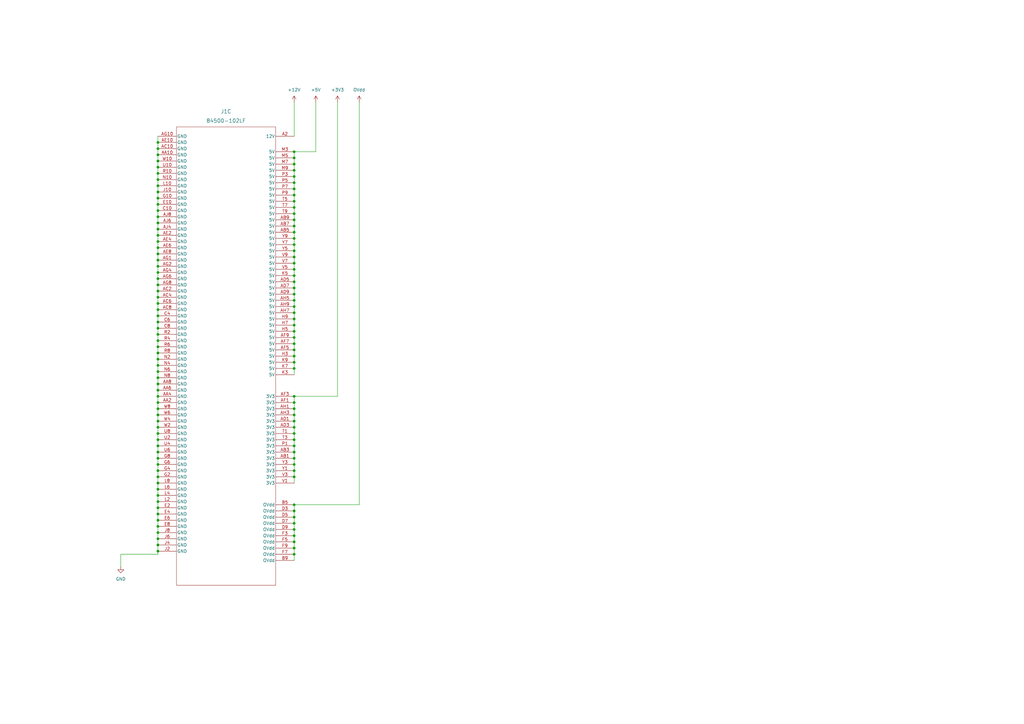
<source format=kicad_sch>
(kicad_sch (version 20211123) (generator eeschema)
  (paper "A3")
  (lib_symbols
    (symbol "cust:84500-102LF" (pin_names (offset 0.254))
      (property "Reference" "J" (at 27.94 10.16 0))
      (property "Value" "84500-102LF" (at 27.94 7.62 0))
      (symbol "84500-102LF_1_1"
        (polyline (pts (xy 7.62 -125.73) (xy 48.26 -125.73)) (stroke (width 0.127)))
        (polyline (pts (xy 7.62 5.08) (xy 7.62 -125.73)) (stroke (width 0.127)))
        (polyline (pts (xy 48.26 -125.73) (xy 48.26 5.08)) (stroke (width 0.127)))
        (polyline (pts (xy 48.26 5.08) (xy 7.62 5.08)) (stroke (width 0.127)))
        (pin input line (at 0 -104.14 0) (length 7.62) (name "SRESET") (number "A3"))
        (pin output line (at 0 -96.52 0) (length 7.62) (name "INT") (number "A5"))
        (pin bidirectional line (at 0 -55.88 0) (length 7.62) (name "TDI") (number "A6"))
        (pin input line (at 55.88 1.27 180) (length 7.62) (name "A<0>") (number "B10"))
        (pin input line (at 0 -99.06 0) (length 7.62) (name "*SMI") (number "B3"))
        (pin output line (at 0 -90.17 0) (length 7.62) (name "CHKSTP") (number "B4"))
        (pin bidirectional line (at 0 -58.42 0) (length 7.62) (name "TMS") (number "B6"))
        (pin input line (at 0 -63.5 0) (length 7.62) (name "TRST") (number "B7"))
        (pin output line (at 0 -60.96 0) (length 7.62) (name "TCK") (number "B8"))
        (pin input line (at 0 1.27 0) (length 7.62) (name "470K-GND?") (number "C1"))
        (pin input line (at 0 -1.27 0) (length 7.62) (name "1K-GND?") (number "C2"))
        (pin output line (at 55.88 -101.6 180) (length 7.62) (name "TSIZ<1>") (number "C5"))
        (pin bidirectional line (at 0 -66.04 0) (length 7.62) (name "TDO") (number "C9"))
        (pin input line (at 55.88 -13.97 180) (length 7.62) (name "A<6>") (number "D10"))
        (pin input line (at 0 -101.6 0) (length 7.62) (name "HRESET") (number "D2"))
        (pin output line (at 55.88 -99.06 180) (length 7.62) (name "TSIZ<0>") (number "D4"))
        (pin input line (at 55.88 -96.52 180) (length 7.62) (name "*TBST") (number "D6"))
        (pin input line (at 0 -44.45 0) (length 7.62) (name "DTI<1>") (number "E1"))
        (pin input line (at 55.88 -111.76 180) (length 7.62) (name "CI") (number "E3"))
        (pin output line (at 55.88 -83.82 180) (length 7.62) (name "TT<0>") (number "E5"))
        (pin output line (at 55.88 -91.44 180) (length 7.62) (name "TT<3>") (number "E7"))
        (pin input line (at 55.88 -8.89 180) (length 7.62) (name "A<4>") (number "E9"))
        (pin output line (at 0 -87.63 0) (length 7.62) (name "QACK") (number "F1"))
        (pin input line (at 55.88 -24.13 180) (length 7.62) (name "A<10>") (number "F10"))
        (pin input line (at 55.88 -106.68 180) (length 7.62) (name "GBL") (number "F2"))
        (pin output line (at 55.88 -119.38 180) (length 7.62) (name "HIT") (number "F4"))
        (pin output line (at 55.88 -104.14 180) (length 7.62) (name "TSIZ<2>") (number "F6"))
        (pin output line (at 55.88 -88.9 180) (length 7.62) (name "TT<2>") (number "F8"))
        (pin output line (at 0 -73.66 0) (length 7.62) (name "TA") (number "G1"))
        (pin input line (at 55.88 -1.27 180) (length 7.62) (name "A<1>") (number "G3"))
        (pin input line (at 0 -41.91 0) (length 7.62) (name "DTI<0>") (number "G5"))
        (pin input line (at 0 -11.43 0) (length 7.62) (name "BR") (number "G7"))
        (pin input line (at 55.88 -19.05 180) (length 7.62) (name "A<8>") (number "G9"))
        (pin input line (at 0 -109.22 0) (length 7.62) (name "PMON_IN") (number "H1"))
        (pin input line (at 55.88 -3.81 180) (length 7.62) (name "A<2>") (number "H10"))
        (pin input line (at 55.88 -6.35 180) (length 7.62) (name "A<3>") (number "H2"))
        (pin input line (at 55.88 -109.22 180) (length 7.62) (name "WT") (number "H4"))
        (pin output line (at 55.88 -86.36 180) (length 7.62) (name "TT<1>") (number "H6"))
        (pin input line (at 0 -49.53 0) (length 7.62) (name "DTI<3>") (number "J1"))
        (pin input line (at 55.88 -34.29 180) (length 7.62) (name "A<14>") (number "J3"))
        (pin input line (at 55.88 -16.51 180) (length 7.62) (name "A<7>") (number "J5"))
        (pin input line (at 55.88 -49.53 180) (length 7.62) (name "A<20>") (number "J7"))
        (pin output line (at 0 -82.55 0) (length 7.62) (name "TBEN") (number "K1"))
        (pin input line (at 0 -25.4 0) (length 7.62) (name "SYSCLK") (number "K10"))
        (pin input line (at 55.88 -52.07 180) (length 7.62) (name "A<21>") (number "K2"))
        (pin input line (at 55.88 -57.15 180) (length 7.62) (name "A<23>") (number "K4"))
        (pin input line (at 55.88 -29.21 180) (length 7.62) (name "A<12>") (number "K6"))
        (pin input line (at 55.88 -21.59 180) (length 7.62) (name "A<9>") (number "K8"))
        (pin input line (at 0 -13.97 0) (length 7.62) (name "BG") (number "L1"))
        (pin input line (at 55.88 -54.61 180) (length 7.62) (name "A<22>") (number "L3"))
        (pin input line (at 55.88 -44.45 180) (length 7.62) (name "A<18>") (number "L5"))
        (pin input line (at 55.88 -69.85 180) (length 7.62) (name "A<28>") (number "L7"))
        (pin output line (at 55.88 -93.98 180) (length 7.62) (name "TT<4>") (number "L9"))
        (pin output line (at 0 -85.09 0) (length 7.62) (name "QREQ") (number "M1"))
        (pin output line (at 0 -34.29 0) (length 7.62) (name "DRDY") (number "M10"))
        (pin input line (at 55.88 -11.43 180) (length 7.62) (name "A<5>") (number "M2"))
        (pin input line (at 55.88 -26.67 180) (length 7.62) (name "A<11>") (number "M4"))
        (pin input line (at 55.88 -39.37 180) (length 7.62) (name "A<16>") (number "M6"))
        (pin input line (at 55.88 -59.69 180) (length 7.62) (name "A<24>") (number "M8"))
        (pin output line (at 0 -76.2 0) (length 7.62) (name "TEA") (number "N1"))
        (pin input line (at 55.88 -67.31 180) (length 7.62) (name "A<27>") (number "N3"))
        (pin input line (at 55.88 -46.99 180) (length 7.62) (name "A<19>") (number "N5"))
        (pin input line (at 0 -19.05 0) (length 7.62) (name "*TS") (number "N9"))
        (pin input line (at 55.88 -31.75 180) (length 7.62) (name "A<13>") (number "P2"))
        (pin input line (at 55.88 -64.77 180) (length 7.62) (name "A<26>") (number "P4"))
        (pin input line (at 0 -46.99 0) (length 7.62) (name "DTI<2>") (number "P6"))
        (pin input line (at 55.88 -116.84 180) (length 7.62) (name "ARTRY") (number "P8"))
        (pin input line (at 0 -31.75 0) (length 7.62) (name "DBG") (number "R1"))
        (pin input line (at 55.88 -36.83 180) (length 7.62) (name "A<15>") (number "R3"))
        (pin input line (at 55.88 -41.91 180) (length 7.62) (name "A<17>") (number "R5"))
        (pin input line (at 55.88 -74.93 180) (length 7.62) (name "A<30>") (number "T2"))
        (pin input line (at 55.88 -72.39 180) (length 7.62) (name "A<29>") (number "T4"))
        (pin input line (at 55.88 -114.3 180) (length 7.62) (name "AACK") (number "U3"))
        (pin input line (at 55.88 -77.47 180) (length 7.62) (name "A<31>") (number "V2"))
        (pin input line (at 55.88 -62.23 180) (length 7.62) (name "A<25>") (number "V4"))
      )
      (symbol "84500-102LF_2_0"
        (text "NO CONNECTS" (at 25.4 -105.41 0) (effects (font (size 1.27 1.27))))
      )
      (symbol "84500-102LF_2_1"
        (polyline (pts (xy 7.62 -129.54) (xy 44.45 -129.54)) (stroke (width 0.127)))
        (polyline (pts (xy 7.62 5.08) (xy 7.62 -129.54)) (stroke (width 0.127)))
        (polyline (pts (xy 44.45 -129.54) (xy 44.45 5.08)) (stroke (width 0.127)))
        (polyline (pts (xy 44.45 5.08) (xy 7.62 5.08)) (stroke (width 0.127)))
        (pin no_connect line (at 52.07 -88.9 180) (length 7.62) (name "A1") (number "A1"))
        (pin no_connect line (at 52.07 -106.68 180) (length 7.62) (name "A10") (number "A10"))
        (pin no_connect line (at 52.07 -91.44 180) (length 7.62) (name "A4") (number "A4"))
        (pin no_connect line (at 52.07 -93.98 180) (length 7.62) (name "A7") (number "A7"))
        (pin no_connect line (at 52.07 -96.52 180) (length 7.62) (name "A8") (number "A8"))
        (pin no_connect line (at 52.07 -99.06 180) (length 7.62) (name "A9") (number "A9"))
        (pin bidirectional line (at 52.07 -64.77 180) (length 7.62) (name "D<58>") (number "AA1"))
        (pin bidirectional line (at 52.07 -19.05 180) (length 7.62) (name "D<40>") (number "AA3"))
        (pin bidirectional line (at 0 -74.93 0) (length 7.62) (name "D<30>") (number "AA5"))
        (pin bidirectional line (at 0 -6.35 0) (length 7.62) (name "D<3>") (number "AA7"))
        (pin bidirectional line (at 52.07 -34.29 180) (length 7.62) (name "D<46>") (number "AA9"))
        (pin bidirectional line (at 52.07 -36.83 180) (length 7.62) (name "D<47>") (number "AB10"))
        (pin bidirectional line (at 52.07 -13.97 180) (length 7.62) (name "D<38>") (number "AB2"))
        (pin bidirectional line (at 52.07 -74.93 180) (length 7.62) (name "D<62>") (number "AB4"))
        (pin bidirectional line (at 0 -64.77 0) (length 7.62) (name "D<26>") (number "AB6"))
        (pin bidirectional line (at 52.07 -29.21 180) (length 7.62) (name "D<44>") (number "AB8"))
        (pin no_connect line (at 52.07 -109.22 180) (length 7.62) (name "AC1") (number "AC1"))
        (pin bidirectional line (at 52.07 -77.47 180) (length 7.62) (name "D<63>") (number "AC3"))
        (pin bidirectional line (at 0 -69.85 0) (length 7.62) (name "D<28>") (number "AC5"))
        (pin bidirectional line (at 0 1.27 0) (length 7.62) (name "D<0>") (number "AC7"))
        (pin bidirectional line (at 52.07 -26.67 180) (length 7.62) (name "D<43>") (number "AC9"))
        (pin bidirectional line (at 52.07 -49.53 180) (length 7.62) (name "D<52>") (number "AD10"))
        (pin bidirectional line (at 52.07 -62.23 180) (length 7.62) (name "D<57>") (number "AD2"))
        (pin bidirectional line (at 52.07 -72.39 180) (length 7.62) (name "D<61>") (number "AD4"))
        (pin bidirectional line (at 0 -52.07 0) (length 7.62) (name "D<21>") (number "AD6"))
        (pin bidirectional line (at 52.07 -52.07 180) (length 7.62) (name "D<53>") (number "AD8"))
        (pin no_connect line (at 0 -119.38 0) (length 7.62) (name "AE1") (number "AE1"))
        (pin bidirectional line (at 0 -72.39 0) (length 7.62) (name "D<29>") (number "AE3"))
        (pin bidirectional line (at 0 -54.61 0) (length 7.62) (name "D<22>") (number "AE5"))
        (pin bidirectional line (at 0 -41.91 0) (length 7.62) (name "D<17>") (number "AE7"))
        (pin bidirectional line (at 0 -13.97 0) (length 7.62) (name "D<6>") (number "AE9"))
        (pin bidirectional line (at 0 -3.81 0) (length 7.62) (name "D<2>") (number "AF10"))
        (pin no_connect line (at 0 -121.92 0) (length 7.62) (name "AF2") (number "AF2"))
        (pin bidirectional line (at 0 -59.69 0) (length 7.62) (name "D<24>") (number "AF4"))
        (pin bidirectional line (at 0 -46.99 0) (length 7.62) (name "D<19>") (number "AF6"))
        (pin bidirectional line (at 0 -11.43 0) (length 7.62) (name "D<5>") (number "AF8"))
        (pin bidirectional line (at 0 -62.23 0) (length 7.62) (name "D<25>") (number "AG3"))
        (pin bidirectional line (at 0 -39.37 0) (length 7.62) (name "D<16>") (number "AG5"))
        (pin bidirectional line (at 52.07 -54.61 180) (length 7.62) (name "D<54>") (number "AG7"))
        (pin bidirectional line (at 52.07 -41.91 180) (length 7.62) (name "D<49>") (number "AG9"))
        (pin bidirectional line (at 0 -1.27 0) (length 7.62) (name "D<1>") (number "AH10"))
        (pin no_connect line (at 0 -124.46 0) (length 7.62) (name "AH2") (number "AH2"))
        (pin bidirectional line (at 0 -67.31 0) (length 7.62) (name "D<27>") (number "AH4"))
        (pin bidirectional line (at 0 -49.53 0) (length 7.62) (name "D<20>") (number "AH6"))
        (pin bidirectional line (at 0 -44.45 0) (length 7.62) (name "D<18>") (number "AH8"))
        (pin no_connect line (at 0 -116.84 0) (length 7.62) (name "AJ1") (number "AJ1"))
        (pin no_connect line (at 52.07 -116.84 180) (length 7.62) (name "AJ10") (number "AJ10"))
        (pin no_connect line (at 0 -114.3 0) (length 7.62) (name "AJ2") (number "AJ2"))
        (pin bidirectional line (at 0 -34.29 0) (length 7.62) (name "D<14>") (number "AJ3"))
        (pin bidirectional line (at 0 -24.13 0) (length 7.62) (name "D<10>") (number "AJ5"))
        (pin bidirectional line (at 52.07 -44.45 180) (length 7.62) (name "D<50>") (number "AJ7"))
        (pin bidirectional line (at 0 -8.89 0) (length 7.62) (name "D<4>") (number "AJ9"))
        (pin no_connect line (at 0 -99.06 0) (length 7.62) (name "AK1") (number "AK1"))
        (pin no_connect line (at 52.07 -114.3 180) (length 7.62) (name "AK10") (number "AK10"))
        (pin no_connect line (at 0 -96.52 0) (length 7.62) (name "AK2") (number "AK2"))
        (pin no_connect line (at 0 -93.98 0) (length 7.62) (name "AK3") (number "AK3"))
        (pin bidirectional line (at 0 -57.15 0) (length 7.62) (name "D<23>") (number "AK4"))
        (pin no_connect line (at 0 -91.44 0) (length 7.62) (name "AK5") (number "AK5"))
        (pin bidirectional line (at 0 -36.83 0) (length 7.62) (name "D<15>") (number "AK6"))
        (pin no_connect line (at 0 -88.9 0) (length 7.62) (name "AK7") (number "AK7"))
        (pin bidirectional line (at 0 -29.21 0) (length 7.62) (name "D<12>") (number "AK8"))
        (pin no_connect line (at 52.07 -124.46 180) (length 7.62) (name "AK9") (number "AK9"))
        (pin no_connect line (at 52.07 -101.6 180) (length 7.62) (name "B1") (number "B1"))
        (pin no_connect line (at 52.07 -104.14 180) (length 7.62) (name "B2") (number "B2"))
        (pin no_connect line (at 0 -101.6 0) (length 7.62) (name "C3") (number "C3"))
        (pin no_connect line (at 0 -104.14 0) (length 7.62) (name "C7") (number "C7"))
        (pin no_connect line (at 0 -106.68 0) (length 7.62) (name "D1") (number "D1"))
        (pin no_connect line (at 52.07 -111.76 180) (length 7.62) (name "D8") (number "D8"))
        (pin no_connect line (at 0 -111.76 0) (length 7.62) (name "H8") (number "H8"))
        (pin no_connect line (at 0 -109.22 0) (length 7.62) (name "J9") (number "J9"))
        (pin bidirectional line (at 52.07 -11.43 180) (length 7.62) (name "D<37>") (number "N7"))
        (pin bidirectional line (at 0 -16.51 0) (length 7.62) (name "D<7>") (number "P10"))
        (pin bidirectional line (at 52.07 -16.51 180) (length 7.62) (name "D<39>") (number "R7"))
        (pin bidirectional line (at 0 -19.05 0) (length 7.62) (name "D<8>") (number "R9"))
        (pin no_connect line (at 52.07 -121.92 180) (length 7.62) (name "T10") (number "T10"))
        (pin bidirectional line (at 52.07 1.27 180) (length 7.62) (name "D<32>") (number "T6"))
        (pin bidirectional line (at 52.07 -24.13 180) (length 7.62) (name "D<42>") (number "T8"))
        (pin bidirectional line (at 52.07 -67.31 180) (length 7.62) (name "D<59>") (number "U1"))
        (pin bidirectional line (at 52.07 -3.81 180) (length 7.62) (name "D<34>") (number "U5"))
        (pin bidirectional line (at 0 -21.59 0) (length 7.62) (name "D<9>") (number "U7"))
        (pin bidirectional line (at 52.07 -31.75 180) (length 7.62) (name "D<45>") (number "U9"))
        (pin no_connect line (at 52.07 -119.38 180) (length 7.62) (name "V10") (number "V10"))
        (pin bidirectional line (at 52.07 -6.35 180) (length 7.62) (name "D<35>") (number "V6"))
        (pin bidirectional line (at 0 -26.67 0) (length 7.62) (name "D<11>") (number "V8"))
        (pin bidirectional line (at 52.07 -57.15 180) (length 7.62) (name "D<55>") (number "W1"))
        (pin bidirectional line (at 52.07 -69.85 180) (length 7.62) (name "D<60>") (number "W3"))
        (pin bidirectional line (at 52.07 -8.89 180) (length 7.62) (name "D<36>") (number "W5"))
        (pin bidirectional line (at 0 -31.75 0) (length 7.62) (name "D<13>") (number "W7"))
        (pin bidirectional line (at 52.07 -46.99 180) (length 7.62) (name "D<51>") (number "W9"))
        (pin bidirectional line (at 52.07 -39.37 180) (length 7.62) (name "D<48>") (number "Y10"))
        (pin bidirectional line (at 52.07 -59.69 180) (length 7.62) (name "D<56>") (number "Y2"))
        (pin bidirectional line (at 52.07 -1.27 180) (length 7.62) (name "D<33>") (number "Y4"))
        (pin bidirectional line (at 0 -77.47 0) (length 7.62) (name "D<31>") (number "Y6"))
        (pin bidirectional line (at 52.07 -21.59 180) (length 7.62) (name "D<41>") (number "Y8"))
      )
      (symbol "84500-102LF_3_1"
        (polyline (pts (xy 7.62 -182.88) (xy 48.26 -182.88)) (stroke (width 0.127)))
        (polyline (pts (xy 7.62 5.08) (xy 7.62 -182.88)) (stroke (width 0.127)))
        (polyline (pts (xy 48.26 -182.88) (xy 48.26 5.08)) (stroke (width 0.127)))
        (polyline (pts (xy 48.26 5.08) (xy 7.62 5.08)) (stroke (width 0.127)))
        (pin power_in line (at 55.88 1.27 180) (length 7.62) (name "12V") (number "A2"))
        (pin power_out line (at 0 -6.35 0) (length 7.62) (name "GND") (number "AA10"))
        (pin power_out line (at 0 -107.95 0) (length 7.62) (name "GND") (number "AA2"))
        (pin power_out line (at 0 -105.41 0) (length 7.62) (name "GND") (number "AA4"))
        (pin power_out line (at 0 -102.87 0) (length 7.62) (name "GND") (number "AA6"))
        (pin power_out line (at 0 -100.33 0) (length 7.62) (name "GND") (number "AA8"))
        (pin power_in line (at 55.88 -130.81 180) (length 7.62) (name "3V3") (number "AB1"))
        (pin power_in line (at 55.88 -128.27 180) (length 7.62) (name "3V3") (number "AB3"))
        (pin power_in line (at 55.88 -38.1 180) (length 7.62) (name "5V") (number "AB5"))
        (pin power_in line (at 55.88 -35.56 180) (length 7.62) (name "5V") (number "AB7"))
        (pin power_in line (at 55.88 -33.02 180) (length 7.62) (name "5V") (number "AB9"))
        (pin power_out line (at 0 -3.81 0) (length 7.62) (name "GND") (number "AC10"))
        (pin power_out line (at 0 -62.23 0) (length 7.62) (name "GND") (number "AC2"))
        (pin power_out line (at 0 -64.77 0) (length 7.62) (name "GND") (number "AC4"))
        (pin power_out line (at 0 -67.31 0) (length 7.62) (name "GND") (number "AC6"))
        (pin power_out line (at 0 -69.85 0) (length 7.62) (name "GND") (number "AC8"))
        (pin power_in line (at 55.88 -115.57 180) (length 7.62) (name "3V3") (number "AD1"))
        (pin power_in line (at 55.88 -118.11 180) (length 7.62) (name "3V3") (number "AD3"))
        (pin power_in line (at 55.88 -58.42 180) (length 7.62) (name "5V") (number "AD5"))
        (pin power_in line (at 55.88 -60.96 180) (length 7.62) (name "5V") (number "AD7"))
        (pin power_in line (at 55.88 -63.5 180) (length 7.62) (name "5V") (number "AD9"))
        (pin power_out line (at 0 -1.27 0) (length 7.62) (name "GND") (number "AE10"))
        (pin power_out line (at 0 -39.37 0) (length 7.62) (name "GND") (number "AE2"))
        (pin power_out line (at 0 -41.91 0) (length 7.62) (name "GND") (number "AE4"))
        (pin power_out line (at 0 -44.45 0) (length 7.62) (name "GND") (number "AE6"))
        (pin power_out line (at 0 -46.99 0) (length 7.62) (name "GND") (number "AE8"))
        (pin power_in line (at 55.88 -107.95 180) (length 7.62) (name "3V3") (number "AF1"))
        (pin power_in line (at 55.88 -105.41 180) (length 7.62) (name "3V3") (number "AF3"))
        (pin power_in line (at 55.88 -86.36 180) (length 7.62) (name "5V") (number "AF5"))
        (pin power_in line (at 55.88 -83.82 180) (length 7.62) (name "5V") (number "AF7"))
        (pin power_in line (at 55.88 -81.28 180) (length 7.62) (name "5V") (number "AF9"))
        (pin power_out line (at 0 -49.53 0) (length 7.62) (name "GND") (number "AG1"))
        (pin power_out line (at 0 1.27 0) (length 7.62) (name "GND") (number "AG10"))
        (pin power_out line (at 0 -52.07 0) (length 7.62) (name "GND") (number "AG2"))
        (pin power_out line (at 0 -54.61 0) (length 7.62) (name "GND") (number "AG4"))
        (pin power_out line (at 0 -57.15 0) (length 7.62) (name "GND") (number "AG6"))
        (pin power_out line (at 0 -59.69 0) (length 7.62) (name "GND") (number "AG8"))
        (pin power_in line (at 55.88 -110.49 180) (length 7.62) (name "3V3") (number "AH1"))
        (pin power_in line (at 55.88 -113.03 180) (length 7.62) (name "3V3") (number "AH3"))
        (pin power_in line (at 55.88 -66.04 180) (length 7.62) (name "5V") (number "AH5"))
        (pin power_in line (at 55.88 -71.12 180) (length 7.62) (name "5V") (number "AH7"))
        (pin power_in line (at 55.88 -68.58 180) (length 7.62) (name "5V") (number "AH9"))
        (pin power_out line (at 0 -36.83 0) (length 7.62) (name "GND") (number "AJ4"))
        (pin power_out line (at 0 -34.29 0) (length 7.62) (name "GND") (number "AJ6"))
        (pin power_out line (at 0 -31.75 0) (length 7.62) (name "GND") (number "AJ8"))
        (pin power_in line (at 55.88 -149.86 180) (length 7.62) (name "OVdd") (number "B5"))
        (pin power_in line (at 55.88 -172.72 180) (length 7.62) (name "OVdd") (number "B9"))
        (pin power_out line (at 0 -29.21 0) (length 7.62) (name "GND") (number "C10"))
        (pin power_out line (at 0 -72.39 0) (length 7.62) (name "GND") (number "C4"))
        (pin power_out line (at 0 -74.93 0) (length 7.62) (name "GND") (number "C6"))
        (pin power_out line (at 0 -77.47 0) (length 7.62) (name "GND") (number "C8"))
        (pin power_in line (at 55.88 -152.4 180) (length 7.62) (name "OVdd") (number "D3"))
        (pin power_in line (at 55.88 -154.94 180) (length 7.62) (name "OVdd") (number "D5"))
        (pin power_in line (at 55.88 -157.48 180) (length 7.62) (name "OVdd") (number "D7"))
        (pin power_in line (at 55.88 -160.02 180) (length 7.62) (name "OVdd") (number "D9"))
        (pin power_out line (at 0 -26.67 0) (length 7.62) (name "GND") (number "E10"))
        (pin power_out line (at 0 -151.13 0) (length 7.62) (name "GND") (number "E2"))
        (pin power_out line (at 0 -153.67 0) (length 7.62) (name "GND") (number "E4"))
        (pin power_out line (at 0 -156.21 0) (length 7.62) (name "GND") (number "E6"))
        (pin power_out line (at 0 -158.75 0) (length 7.62) (name "GND") (number "E8"))
        (pin power_in line (at 55.88 -162.56 180) (length 7.62) (name "OVdd") (number "F3"))
        (pin power_in line (at 55.88 -165.1 180) (length 7.62) (name "OVdd") (number "F5"))
        (pin power_in line (at 55.88 -170.18 180) (length 7.62) (name "OVdd") (number "F7"))
        (pin power_in line (at 55.88 -167.64 180) (length 7.62) (name "OVdd") (number "F9"))
        (pin power_out line (at 0 -24.13 0) (length 7.62) (name "GND") (number "G10"))
        (pin power_out line (at 0 -138.43 0) (length 7.62) (name "GND") (number "G2"))
        (pin power_out line (at 0 -135.89 0) (length 7.62) (name "GND") (number "G4"))
        (pin power_out line (at 0 -133.35 0) (length 7.62) (name "GND") (number "G6"))
        (pin power_out line (at 0 -130.81 0) (length 7.62) (name "GND") (number "G8"))
        (pin power_in line (at 55.88 -88.9 180) (length 7.62) (name "5V") (number "H3"))
        (pin power_in line (at 55.88 -78.74 180) (length 7.62) (name "5V") (number "H5"))
        (pin power_in line (at 55.88 -76.2 180) (length 7.62) (name "5V") (number "H7"))
        (pin power_in line (at 55.88 -73.66 180) (length 7.62) (name "5V") (number "H9"))
        (pin power_out line (at 0 -21.59 0) (length 7.62) (name "GND") (number "J10"))
        (pin power_out line (at 0 -168.91 0) (length 7.62) (name "GND") (number "J2"))
        (pin power_out line (at 0 -166.37 0) (length 7.62) (name "GND") (number "J4"))
        (pin power_out line (at 0 -163.83 0) (length 7.62) (name "GND") (number "J6"))
        (pin power_out line (at 0 -161.29 0) (length 7.62) (name "GND") (number "J8"))
        (pin power_in line (at 55.88 -96.52 180) (length 7.62) (name "5V") (number "K3"))
        (pin power_in line (at 55.88 -55.88 180) (length 7.62) (name "5V") (number "K5"))
        (pin power_in line (at 55.88 -93.98 180) (length 7.62) (name "5V") (number "K7"))
        (pin power_in line (at 55.88 -91.44 180) (length 7.62) (name "5V") (number "K9"))
        (pin power_out line (at 0 -19.05 0) (length 7.62) (name "GND") (number "L10"))
        (pin power_out line (at 0 -148.59 0) (length 7.62) (name "GND") (number "L2"))
        (pin power_out line (at 0 -146.05 0) (length 7.62) (name "GND") (number "L4"))
        (pin power_out line (at 0 -143.51 0) (length 7.62) (name "GND") (number "L6"))
        (pin power_out line (at 0 -140.97 0) (length 7.62) (name "GND") (number "L8"))
        (pin power_in line (at 55.88 -5.08 180) (length 7.62) (name "5V") (number "M3"))
        (pin power_in line (at 55.88 -7.62 180) (length 7.62) (name "5V") (number "M5"))
        (pin power_in line (at 55.88 -10.16 180) (length 7.62) (name "5V") (number "M7"))
        (pin power_in line (at 55.88 -12.7 180) (length 7.62) (name "5V") (number "M9"))
        (pin power_out line (at 0 -16.51 0) (length 7.62) (name "GND") (number "N10"))
        (pin power_out line (at 0 -90.17 0) (length 7.62) (name "GND") (number "N2"))
        (pin power_out line (at 0 -92.71 0) (length 7.62) (name "GND") (number "N4"))
        (pin power_out line (at 0 -95.25 0) (length 7.62) (name "GND") (number "N6"))
        (pin power_out line (at 0 -97.79 0) (length 7.62) (name "GND") (number "N8"))
        (pin power_in line (at 55.88 -125.73 180) (length 7.62) (name "3V3") (number "P1"))
        (pin power_in line (at 55.88 -15.24 180) (length 7.62) (name "5V") (number "P3"))
        (pin power_in line (at 55.88 -17.78 180) (length 7.62) (name "5V") (number "P5"))
        (pin power_in line (at 55.88 -20.32 180) (length 7.62) (name "5V") (number "P7"))
        (pin power_in line (at 55.88 -22.86 180) (length 7.62) (name "5V") (number "P9"))
        (pin power_out line (at 0 -13.97 0) (length 7.62) (name "GND") (number "R10"))
        (pin power_out line (at 0 -80.01 0) (length 7.62) (name "GND") (number "R2"))
        (pin power_out line (at 0 -82.55 0) (length 7.62) (name "GND") (number "R4"))
        (pin power_out line (at 0 -85.09 0) (length 7.62) (name "GND") (number "R6"))
        (pin power_out line (at 0 -87.63 0) (length 7.62) (name "GND") (number "R8"))
        (pin power_in line (at 55.88 -120.65 180) (length 7.62) (name "3V3") (number "T1"))
        (pin power_in line (at 55.88 -123.19 180) (length 7.62) (name "3V3") (number "T3"))
        (pin power_in line (at 55.88 -25.4 180) (length 7.62) (name "5V") (number "T5"))
        (pin power_in line (at 55.88 -27.94 180) (length 7.62) (name "5V") (number "T7"))
        (pin power_in line (at 55.88 -30.48 180) (length 7.62) (name "5V") (number "T9"))
        (pin power_out line (at 0 -11.43 0) (length 7.62) (name "GND") (number "U10"))
        (pin power_out line (at 0 -123.19 0) (length 7.62) (name "GND") (number "U2"))
        (pin power_out line (at 0 -125.73 0) (length 7.62) (name "GND") (number "U4"))
        (pin power_out line (at 0 -128.27 0) (length 7.62) (name "GND") (number "U6"))
        (pin power_out line (at 0 -120.65 0) (length 7.62) (name "GND") (number "U8"))
        (pin power_in line (at 55.88 -140.97 180) (length 7.62) (name "3V3") (number "V1"))
        (pin power_in line (at 55.88 -138.43 180) (length 7.62) (name "3V3") (number "V3"))
        (pin power_in line (at 55.88 -53.34 180) (length 7.62) (name "5V") (number "V5"))
        (pin power_in line (at 55.88 -50.8 180) (length 7.62) (name "5V") (number "V7"))
        (pin power_in line (at 55.88 -48.26 180) (length 7.62) (name "5V") (number "V9"))
        (pin power_out line (at 0 -8.89 0) (length 7.62) (name "GND") (number "W10"))
        (pin power_out line (at 0 -118.11 0) (length 7.62) (name "GND") (number "W2"))
        (pin power_out line (at 0 -115.57 0) (length 7.62) (name "GND") (number "W4"))
        (pin power_out line (at 0 -113.03 0) (length 7.62) (name "GND") (number "W6"))
        (pin power_out line (at 0 -110.49 0) (length 7.62) (name "GND") (number "W8"))
        (pin power_in line (at 55.88 -135.89 180) (length 7.62) (name "3V3") (number "Y1"))
        (pin power_in line (at 55.88 -133.35 180) (length 7.62) (name "3V3") (number "Y3"))
        (pin power_in line (at 55.88 -45.72 180) (length 7.62) (name "5V") (number "Y5"))
        (pin power_in line (at 55.88 -43.18 180) (length 7.62) (name "5V") (number "Y7"))
        (pin power_in line (at 55.88 -40.64 180) (length 7.62) (name "5V") (number "Y9"))
      )
    )
    (symbol "cust:OVdd" (power) (pin_names (offset 0))
      (property "Value" "OVdd" (at 0 3.81 0))
      (symbol "OVdd_0_1"
        (polyline (pts (xy -0.762 1.27) (xy 0 2.54)))
        (polyline (pts (xy 0 0) (xy 0 2.54)))
        (polyline (pts (xy 0 2.54) (xy 0.762 1.27)))
      )
      (symbol "OVdd_1_1"
        (pin power_in line (at 0 0 90) (length 0) hide (name "OVdd") (number "1"))
      )
    )
    (symbol "power:+12V" (power) (pin_names (offset 0))
      (property "Value" "+12V" (at 0 3.556 0))
      (symbol "+12V_0_1"
        (polyline (pts (xy -0.762 1.27) (xy 0 2.54)))
        (polyline (pts (xy 0 0) (xy 0 2.54)))
        (polyline (pts (xy 0 2.54) (xy 0.762 1.27)))
      )
      (symbol "+12V_1_1"
        (pin power_in line (at 0 0 90) (length 0) hide (name "+12V") (number "1"))
      )
    )
    (symbol "power:+3V3" (power) (pin_names (offset 0))
      (property "Value" "+3V3" (at 0 3.556 0))
      (symbol "+3V3_0_1"
        (polyline (pts (xy -0.762 1.27) (xy 0 2.54)))
        (polyline (pts (xy 0 0) (xy 0 2.54)))
        (polyline (pts (xy 0 2.54) (xy 0.762 1.27)))
      )
      (symbol "+3V3_1_1"
        (pin power_in line (at 0 0 90) (length 0) hide (name "+3V3") (number "1"))
      )
    )
    (symbol "power:+5V" (power) (pin_names (offset 0))
      (property "Value" "+5V" (at 0 3.556 0))
      (symbol "+5V_0_1"
        (polyline (pts (xy -0.762 1.27) (xy 0 2.54)))
        (polyline (pts (xy 0 0) (xy 0 2.54)))
        (polyline (pts (xy 0 2.54) (xy 0.762 1.27)))
      )
      (symbol "+5V_1_1"
        (pin power_in line (at 0 0 90) (length 0) hide (name "+5V") (number "1"))
      )
    )
    (symbol "power:GND" (power) (pin_names (offset 0))
      (property "Value" "GND" (at 0 -3.81 0))
      (symbol "GND_0_1"
        (polyline (pts (xy 0 0) (xy 0 -1.27) (xy 1.27 -1.27) (xy 0 -2.54) (xy -1.27 -1.27) (xy 0 -1.27)))
      )
      (symbol "GND_1_1"
        (pin power_in line (at 0 0 270) (length 0) hide (name "GND") (number "1"))
      )
    )
  )
  (junction (at 64.77 165.1))
  (junction (at 120.65 187.96))
  (junction (at 64.77 63.5))
  (junction (at 120.65 172.72))
  (junction (at 120.65 95.25))
  (junction (at 120.65 167.64))
  (junction (at 120.65 190.5))
  (junction (at 120.65 105.41))
  (junction (at 64.77 180.34))
  (junction (at 64.77 83.82))
  (junction (at 64.77 218.44))
  (junction (at 120.65 118.11))
  (junction (at 64.77 71.12))
  (junction (at 64.77 223.52))
  (junction (at 120.65 110.49))
  (junction (at 64.77 187.96))
  (junction (at 120.65 224.79))
  (junction (at 120.65 207.01))
  (junction (at 64.77 88.9))
  (junction (at 120.65 125.73))
  (junction (at 64.77 101.6))
  (junction (at 64.77 129.54))
  (junction (at 64.77 215.9))
  (junction (at 120.65 135.89))
  (junction (at 120.65 151.13))
  (junction (at 64.77 116.84))
  (junction (at 64.77 210.82))
  (junction (at 64.77 200.66))
  (junction (at 120.65 227.33))
  (junction (at 120.65 100.33))
  (junction (at 64.77 124.46))
  (junction (at 64.77 142.24))
  (junction (at 120.65 219.71))
  (junction (at 120.65 82.55))
  (junction (at 64.77 167.64))
  (junction (at 64.77 96.52))
  (junction (at 64.77 226.06))
  (junction (at 64.77 147.32))
  (junction (at 64.77 76.2))
  (junction (at 120.65 130.81))
  (junction (at 120.65 138.43))
  (junction (at 64.77 177.8))
  (junction (at 64.77 81.28))
  (junction (at 64.77 220.98))
  (junction (at 64.77 198.12))
  (junction (at 120.65 64.77))
  (junction (at 120.65 222.25))
  (junction (at 120.65 115.57))
  (junction (at 64.77 144.78))
  (junction (at 64.77 60.96))
  (junction (at 64.77 111.76))
  (junction (at 64.77 195.58))
  (junction (at 64.77 104.14))
  (junction (at 64.77 152.4))
  (junction (at 64.77 91.44))
  (junction (at 120.65 162.56))
  (junction (at 120.65 90.17))
  (junction (at 120.65 209.55))
  (junction (at 120.65 217.17))
  (junction (at 120.65 74.93))
  (junction (at 64.77 73.66))
  (junction (at 64.77 66.04))
  (junction (at 120.65 185.42))
  (junction (at 64.77 172.72))
  (junction (at 120.65 128.27))
  (junction (at 120.65 87.63))
  (junction (at 64.77 106.68))
  (junction (at 120.65 148.59))
  (junction (at 64.77 162.56))
  (junction (at 120.65 102.87))
  (junction (at 64.77 121.92))
  (junction (at 64.77 93.98))
  (junction (at 120.65 180.34))
  (junction (at 120.65 193.04))
  (junction (at 64.77 68.58))
  (junction (at 64.77 175.26))
  (junction (at 64.77 182.88))
  (junction (at 64.77 170.18))
  (junction (at 64.77 149.86))
  (junction (at 120.65 165.1))
  (junction (at 64.77 137.16))
  (junction (at 64.77 190.5))
  (junction (at 64.77 119.38))
  (junction (at 64.77 157.48))
  (junction (at 120.65 123.19))
  (junction (at 120.65 214.63))
  (junction (at 120.65 146.05))
  (junction (at 120.65 170.18))
  (junction (at 64.77 205.74))
  (junction (at 64.77 213.36))
  (junction (at 64.77 127))
  (junction (at 120.65 212.09))
  (junction (at 64.77 160.02))
  (junction (at 120.65 143.51))
  (junction (at 64.77 203.2))
  (junction (at 120.65 182.88))
  (junction (at 120.65 72.39))
  (junction (at 64.77 86.36))
  (junction (at 64.77 134.62))
  (junction (at 120.65 177.8))
  (junction (at 64.77 114.3))
  (junction (at 64.77 185.42))
  (junction (at 120.65 77.47))
  (junction (at 120.65 85.09))
  (junction (at 120.65 62.23))
  (junction (at 64.77 154.94))
  (junction (at 120.65 175.26))
  (junction (at 120.65 133.35))
  (junction (at 120.65 69.85))
  (junction (at 120.65 140.97))
  (junction (at 120.65 107.95))
  (junction (at 64.77 208.28))
  (junction (at 64.77 78.74))
  (junction (at 64.77 99.06))
  (junction (at 120.65 113.03))
  (junction (at 64.77 132.08))
  (junction (at 64.77 193.04))
  (junction (at 120.65 67.31))
  (junction (at 120.65 80.01))
  (junction (at 64.77 139.7))
  (junction (at 120.65 92.71))
  (junction (at 120.65 97.79))
  (junction (at 120.65 120.65))
  (junction (at 64.77 58.42))
  (junction (at 64.77 109.22))
  (junction (at 120.65 195.58))
  (wire (pts (xy 64.77 91.44) (xy 64.77 93.98)))
  (wire (pts (xy 120.65 165.1) (xy 120.65 167.64)))
  (wire (pts (xy 120.65 187.96) (xy 120.65 190.5)))
  (wire (pts (xy 120.65 135.89) (xy 120.65 138.43)))
  (wire (pts (xy 64.77 66.04) (xy 64.77 68.58)))
  (wire (pts (xy 120.65 148.59) (xy 120.65 151.13)))
  (wire (pts (xy 120.65 224.79) (xy 120.65 227.33)))
  (wire (pts (xy 120.65 175.26) (xy 120.65 177.8)))
  (wire (pts (xy 64.77 132.08) (xy 64.77 134.62)))
  (wire (pts (xy 138.43 41.91) (xy 138.43 162.56)))
  (wire (pts (xy 120.65 72.39) (xy 120.65 74.93)))
  (wire (pts (xy 120.65 74.93) (xy 120.65 77.47)))
  (wire (pts (xy 120.65 143.51) (xy 120.65 146.05)))
  (wire (pts (xy 120.65 133.35) (xy 120.65 135.89)))
  (wire (pts (xy 64.77 96.52) (xy 64.77 99.06)))
  (wire (pts (xy 64.77 223.52) (xy 64.77 226.06)))
  (wire (pts (xy 64.77 144.78) (xy 64.77 147.32)))
  (wire (pts (xy 120.65 110.49) (xy 120.65 113.03)))
  (wire (pts (xy 64.77 165.1) (xy 64.77 167.64)))
  (wire (pts (xy 64.77 116.84) (xy 64.77 119.38)))
  (wire (pts (xy 138.43 162.56) (xy 120.65 162.56)))
  (wire (pts (xy 64.77 68.58) (xy 64.77 71.12)))
  (wire (pts (xy 120.65 125.73) (xy 120.65 128.27)))
  (wire (pts (xy 64.77 149.86) (xy 64.77 152.4)))
  (wire (pts (xy 64.77 177.8) (xy 64.77 180.34)))
  (wire (pts (xy 64.77 220.98) (xy 64.77 223.52)))
  (wire (pts (xy 64.77 58.42) (xy 64.77 60.96)))
  (wire (pts (xy 64.77 170.18) (xy 64.77 172.72)))
  (wire (pts (xy 64.77 114.3) (xy 64.77 116.84)))
  (wire (pts (xy 64.77 106.68) (xy 64.77 109.22)))
  (wire (pts (xy 64.77 193.04) (xy 64.77 195.58)))
  (wire (pts (xy 120.65 193.04) (xy 120.65 195.58)))
  (wire (pts (xy 64.77 218.44) (xy 64.77 220.98)))
  (wire (pts (xy 147.32 41.91) (xy 147.32 207.01)))
  (wire (pts (xy 64.77 195.58) (xy 64.77 198.12)))
  (wire (pts (xy 120.65 227.33) (xy 120.65 229.87)))
  (wire (pts (xy 120.65 67.31) (xy 120.65 69.85)))
  (wire (pts (xy 64.77 88.9) (xy 64.77 91.44)))
  (wire (pts (xy 129.54 62.23) (xy 120.65 62.23)))
  (wire (pts (xy 64.77 99.06) (xy 64.77 101.6)))
  (wire (pts (xy 64.77 129.54) (xy 64.77 132.08)))
  (wire (pts (xy 120.65 217.17) (xy 120.65 219.71)))
  (wire (pts (xy 120.65 97.79) (xy 120.65 100.33)))
  (wire (pts (xy 49.53 232.41) (xy 49.53 227.33)))
  (wire (pts (xy 64.77 104.14) (xy 64.77 106.68)))
  (wire (pts (xy 120.65 140.97) (xy 120.65 143.51)))
  (wire (pts (xy 120.65 64.77) (xy 120.65 67.31)))
  (wire (pts (xy 120.65 167.64) (xy 120.65 170.18)))
  (wire (pts (xy 120.65 105.41) (xy 120.65 107.95)))
  (wire (pts (xy 120.65 102.87) (xy 120.65 105.41)))
  (wire (pts (xy 120.65 100.33) (xy 120.65 102.87)))
  (wire (pts (xy 64.77 208.28) (xy 64.77 210.82)))
  (wire (pts (xy 147.32 207.01) (xy 120.65 207.01)))
  (wire (pts (xy 64.77 81.28) (xy 64.77 83.82)))
  (wire (pts (xy 64.77 152.4) (xy 64.77 154.94)))
  (wire (pts (xy 64.77 111.76) (xy 64.77 114.3)))
  (wire (pts (xy 64.77 134.62) (xy 64.77 137.16)))
  (wire (pts (xy 64.77 83.82) (xy 64.77 86.36)))
  (wire (pts (xy 64.77 63.5) (xy 64.77 66.04)))
  (wire (pts (xy 120.65 113.03) (xy 120.65 115.57)))
  (wire (pts (xy 64.77 93.98) (xy 64.77 96.52)))
  (wire (pts (xy 120.65 170.18) (xy 120.65 172.72)))
  (wire (pts (xy 120.65 80.01) (xy 120.65 82.55)))
  (wire (pts (xy 64.77 86.36) (xy 64.77 88.9)))
  (wire (pts (xy 64.77 119.38) (xy 64.77 121.92)))
  (wire (pts (xy 120.65 87.63) (xy 120.65 90.17)))
  (wire (pts (xy 64.77 154.94) (xy 64.77 157.48)))
  (wire (pts (xy 64.77 78.74) (xy 64.77 81.28)))
  (wire (pts (xy 64.77 227.33) (xy 64.77 226.06)))
  (wire (pts (xy 64.77 60.96) (xy 64.77 63.5)))
  (wire (pts (xy 64.77 127) (xy 64.77 129.54)))
  (wire (pts (xy 64.77 157.48) (xy 64.77 160.02)))
  (wire (pts (xy 120.65 172.72) (xy 120.65 175.26)))
  (wire (pts (xy 120.65 138.43) (xy 120.65 140.97)))
  (wire (pts (xy 120.65 69.85) (xy 120.65 72.39)))
  (wire (pts (xy 120.65 185.42) (xy 120.65 187.96)))
  (wire (pts (xy 64.77 160.02) (xy 64.77 162.56)))
  (wire (pts (xy 120.65 128.27) (xy 120.65 130.81)))
  (wire (pts (xy 64.77 182.88) (xy 64.77 185.42)))
  (wire (pts (xy 120.65 120.65) (xy 120.65 123.19)))
  (wire (pts (xy 120.65 123.19) (xy 120.65 125.73)))
  (wire (pts (xy 120.65 95.25) (xy 120.65 97.79)))
  (wire (pts (xy 64.77 167.64) (xy 64.77 170.18)))
  (wire (pts (xy 120.65 41.91) (xy 120.65 55.88)))
  (wire (pts (xy 64.77 139.7) (xy 64.77 142.24)))
  (wire (pts (xy 64.77 172.72) (xy 64.77 175.26)))
  (wire (pts (xy 64.77 175.26) (xy 64.77 177.8)))
  (wire (pts (xy 64.77 137.16) (xy 64.77 139.7)))
  (wire (pts (xy 64.77 142.24) (xy 64.77 144.78)))
  (wire (pts (xy 120.65 222.25) (xy 120.65 224.79)))
  (wire (pts (xy 64.77 73.66) (xy 64.77 76.2)))
  (wire (pts (xy 129.54 41.91) (xy 129.54 62.23)))
  (wire (pts (xy 64.77 215.9) (xy 64.77 218.44)))
  (wire (pts (xy 120.65 207.01) (xy 120.65 209.55)))
  (wire (pts (xy 120.65 195.58) (xy 120.65 198.12)))
  (wire (pts (xy 120.65 92.71) (xy 120.65 95.25)))
  (wire (pts (xy 64.77 121.92) (xy 64.77 124.46)))
  (wire (pts (xy 120.65 62.23) (xy 120.65 64.77)))
  (wire (pts (xy 64.77 198.12) (xy 64.77 200.66)))
  (wire (pts (xy 120.65 219.71) (xy 120.65 222.25)))
  (wire (pts (xy 64.77 147.32) (xy 64.77 149.86)))
  (wire (pts (xy 120.65 214.63) (xy 120.65 217.17)))
  (wire (pts (xy 64.77 190.5) (xy 64.77 193.04)))
  (wire (pts (xy 64.77 55.88) (xy 64.77 58.42)))
  (wire (pts (xy 120.65 85.09) (xy 120.65 87.63)))
  (wire (pts (xy 120.65 146.05) (xy 120.65 148.59)))
  (wire (pts (xy 120.65 209.55) (xy 120.65 212.09)))
  (wire (pts (xy 120.65 115.57) (xy 120.65 118.11)))
  (wire (pts (xy 120.65 162.56) (xy 120.65 165.1)))
  (wire (pts (xy 120.65 130.81) (xy 120.65 133.35)))
  (wire (pts (xy 120.65 182.88) (xy 120.65 185.42)))
  (wire (pts (xy 64.77 109.22) (xy 64.77 111.76)))
  (wire (pts (xy 120.65 180.34) (xy 120.65 182.88)))
  (wire (pts (xy 64.77 187.96) (xy 64.77 190.5)))
  (wire (pts (xy 64.77 162.56) (xy 64.77 165.1)))
  (wire (pts (xy 49.53 227.33) (xy 64.77 227.33)))
  (wire (pts (xy 120.65 212.09) (xy 120.65 214.63)))
  (wire (pts (xy 120.65 82.55) (xy 120.65 85.09)))
  (wire (pts (xy 64.77 101.6) (xy 64.77 104.14)))
  (wire (pts (xy 120.65 151.13) (xy 120.65 153.67)))
  (wire (pts (xy 64.77 200.66) (xy 64.77 203.2)))
  (wire (pts (xy 64.77 76.2) (xy 64.77 78.74)))
  (wire (pts (xy 120.65 177.8) (xy 120.65 180.34)))
  (wire (pts (xy 120.65 118.11) (xy 120.65 120.65)))
  (wire (pts (xy 64.77 180.34) (xy 64.77 182.88)))
  (wire (pts (xy 64.77 203.2) (xy 64.77 205.74)))
  (wire (pts (xy 64.77 71.12) (xy 64.77 73.66)))
  (wire (pts (xy 120.65 190.5) (xy 120.65 193.04)))
  (wire (pts (xy 120.65 77.47) (xy 120.65 80.01)))
  (wire (pts (xy 120.65 90.17) (xy 120.65 92.71)))
  (wire (pts (xy 64.77 124.46) (xy 64.77 127)))
  (wire (pts (xy 64.77 185.42) (xy 64.77 187.96)))
  (wire (pts (xy 64.77 210.82) (xy 64.77 213.36)))
  (wire (pts (xy 120.65 107.95) (xy 120.65 110.49)))
  (wire (pts (xy 64.77 213.36) (xy 64.77 215.9)))
  (wire (pts (xy 64.77 205.74) (xy 64.77 208.28)))
  (symbol (lib_id "power:+12V") (at 120.65 41.91 0) (unit 1)
    (property "Reference" "#PWR?" (effects hide))
    (property "Value" "+12V" (at 120.65 36.83 0))
  )
  (symbol (lib_id "cust:84500-102LF") (at 64.77 57.15 0) (unit 3)
    (property "Reference" "J1" (at 92.71 45.72 0) (effects (font (size 1.524 1.524))))
    (property "Value" "84500-102LF" (at 92.71 49.53 0) (effects (font (size 1.524 1.524))))
    (property "Footprint" "BGA300_84500-102LF_FCI" (effects hide))
    (property "Datasheet" "84500-102LF" (effects hide))
  )
  (symbol (lib_id "power:+5V") (at 129.54 41.91 0) (unit 1)
    (property "Reference" "#PWR?" (effects hide))
    (property "Value" "+5V" (at 129.54 36.83 0))
  )
  (symbol (lib_id "cust:OVdd") (at 147.32 41.91 0) (unit 1)
    (property "Reference" "#PWR?" (effects hide))
    (property "Value" "OVdd" (at 147.32 36.83 0))
  )
  (symbol (lib_id "power:+3V3") (at 138.43 41.91 0) (unit 1)
    (property "Reference" "#PWR?" (effects hide))
    (property "Value" "+3V3" (at 138.43 36.83 0))
  )
  (symbol (lib_id "power:GND") (at 49.53 232.41 0) (unit 1)
    (property "Reference" "#PWR?" (effects hide))
    (property "Value" "GND" (at 49.53 237.49 0))
  )
)
</source>
